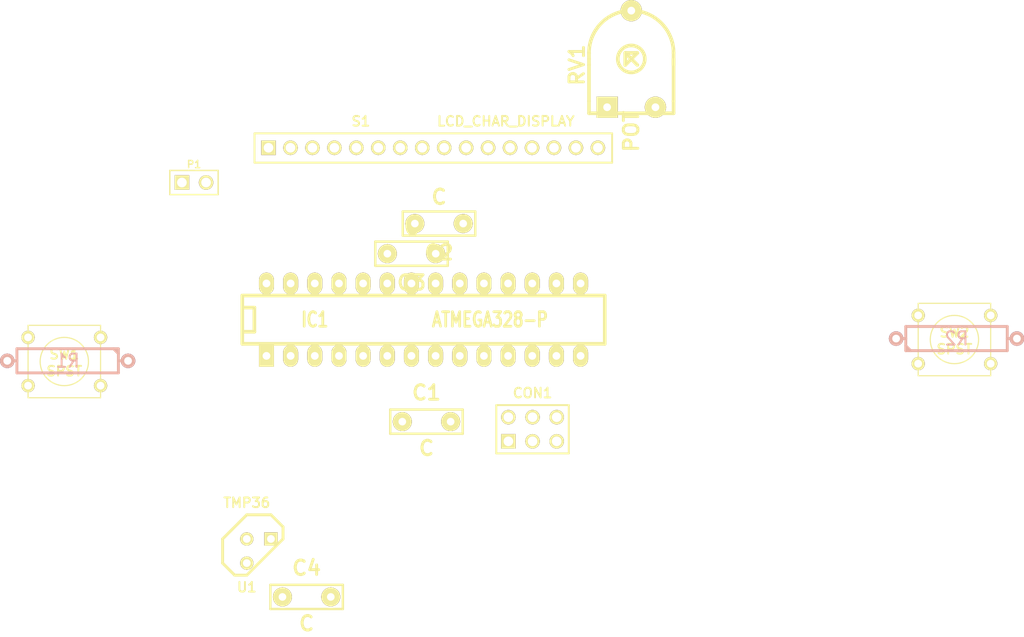
<source format=kicad_pcb>
(kicad_pcb (version 4) (host pcbnew "(2015-12-10 BZR 6367, Git c5e9bda)-product")

  (general
    (links 48)
    (no_connects 48)
    (area 120.44 83.55 175.833397 115.503201)
    (thickness 1.6)
    (drawings 0)
    (tracks 0)
    (zones 0)
    (modules 14)
    (nets 31)
  )

  (page A4)
  (layers
    (0 F.Cu signal)
    (31 B.Cu signal)
    (32 B.Adhes user)
    (33 F.Adhes user)
    (34 B.Paste user)
    (35 F.Paste user)
    (36 B.SilkS user)
    (37 F.SilkS user)
    (38 B.Mask user)
    (39 F.Mask user)
    (40 Dwgs.User user)
    (41 Cmts.User user)
    (42 Eco1.User user)
    (43 Eco2.User user)
    (44 Edge.Cuts user)
    (45 Margin user)
    (46 B.CrtYd user)
    (47 F.CrtYd user)
    (48 B.Fab user)
    (49 F.Fab user)
  )

  (setup
    (last_trace_width 0.25)
    (trace_clearance 0.2)
    (zone_clearance 0.508)
    (zone_45_only no)
    (trace_min 0.2)
    (segment_width 0.2)
    (edge_width 0.15)
    (via_size 0.6)
    (via_drill 0.4)
    (via_min_size 0.4)
    (via_min_drill 0.3)
    (uvia_size 0.3)
    (uvia_drill 0.1)
    (uvias_allowed no)
    (uvia_min_size 0.2)
    (uvia_min_drill 0.1)
    (pcb_text_width 0.3)
    (pcb_text_size 1.5 1.5)
    (mod_edge_width 0.15)
    (mod_text_size 1 1)
    (mod_text_width 0.15)
    (pad_size 1.524 1.524)
    (pad_drill 0.762)
    (pad_to_mask_clearance 0.2)
    (aux_axis_origin 0 0)
    (visible_elements FFFFFF7F)
    (pcbplotparams
      (layerselection 0x00030_ffffffff)
      (usegerberextensions false)
      (excludeedgelayer true)
      (linewidth 0.100000)
      (plotframeref false)
      (viasonmask false)
      (mode 1)
      (useauxorigin false)
      (hpglpennumber 1)
      (hpglpenspeed 20)
      (hpglpendiameter 15)
      (hpglpenoverlay 2)
      (psnegative false)
      (psa4output false)
      (plotreference true)
      (plotvalue true)
      (plotinvisibletext false)
      (padsonsilk false)
      (subtractmaskfromsilk false)
      (outputformat 1)
      (mirror false)
      (drillshape 1)
      (scaleselection 1)
      (outputdirectory ""))
  )

  (net 0 "")
  (net 1 +5V)
  (net 2 GND)
  (net 3 "Net-(IC1-Pad2)")
  (net 4 "Net-(IC1-Pad3)")
  (net 5 "Net-(IC1-Pad4)")
  (net 6 "Net-(IC1-Pad5)")
  (net 7 "Net-(IC1-Pad6)")
  (net 8 "Net-(IC1-Pad10)")
  (net 9 "Net-(IC1-Pad11)")
  (net 10 "Net-(IC1-Pad12)")
  (net 11 "Net-(IC1-Pad13)")
  (net 12 "Net-(IC1-Pad23)")
  (net 13 "Net-(IC1-Pad24)")
  (net 14 "Net-(IC1-Pad25)")
  (net 15 "Net-(IC1-Pad26)")
  (net 16 "Net-(IC1-Pad27)")
  (net 17 "Net-(IC1-Pad28)")
  (net 18 "Net-(RV1-Pad2)")
  (net 19 "Net-(S1-Pad7)")
  (net 20 "Net-(S1-Pad8)")
  (net 21 "Net-(S1-Pad9)")
  (net 22 "Net-(S1-Pad10)")
  (net 23 /D7)
  (net 24 /RS)
  (net 25 "Net-(CON1-Pad5)")
  (net 26 /RW)
  (net 27 /E)
  (net 28 /D4)
  (net 29 /D5)
  (net 30 /D6)

  (net_class Default "This is the default net class."
    (clearance 0.2)
    (trace_width 0.25)
    (via_dia 0.6)
    (via_drill 0.4)
    (uvia_dia 0.3)
    (uvia_drill 0.1)
    (add_net +5V)
    (add_net /D4)
    (add_net /D5)
    (add_net /D6)
    (add_net /D7)
    (add_net /E)
    (add_net /RS)
    (add_net /RW)
    (add_net GND)
    (add_net "Net-(CON1-Pad5)")
    (add_net "Net-(IC1-Pad10)")
    (add_net "Net-(IC1-Pad11)")
    (add_net "Net-(IC1-Pad12)")
    (add_net "Net-(IC1-Pad13)")
    (add_net "Net-(IC1-Pad2)")
    (add_net "Net-(IC1-Pad23)")
    (add_net "Net-(IC1-Pad24)")
    (add_net "Net-(IC1-Pad25)")
    (add_net "Net-(IC1-Pad26)")
    (add_net "Net-(IC1-Pad27)")
    (add_net "Net-(IC1-Pad28)")
    (add_net "Net-(IC1-Pad3)")
    (add_net "Net-(IC1-Pad4)")
    (add_net "Net-(IC1-Pad5)")
    (add_net "Net-(IC1-Pad6)")
    (add_net "Net-(RV1-Pad2)")
    (add_net "Net-(S1-Pad10)")
    (add_net "Net-(S1-Pad7)")
    (add_net "Net-(S1-Pad8)")
    (add_net "Net-(S1-Pad9)")
  )

  (module capacitors:cnp_7x2mm (layer F.Cu) (tedit 4B90D4E6) (tstamp 56984BA6)
    (at 116.9 71.95)
    (descr "Capacitor non pol, 7x2,5mm")
    (path /56947309)
    (fp_text reference C1 (at 0 -3.048) (layer F.SilkS)
      (effects (font (thickness 0.3048)))
    )
    (fp_text value C (at 0 2.794) (layer F.SilkS)
      (effects (font (thickness 0.3048)))
    )
    (fp_line (start -3.81 -1.27) (end 3.81 -1.27) (layer F.SilkS) (width 0.254))
    (fp_line (start 3.81 -1.27) (end 3.81 1.27) (layer F.SilkS) (width 0.254))
    (fp_line (start 3.81 1.27) (end -3.81 1.27) (layer F.SilkS) (width 0.254))
    (fp_line (start -3.81 1.27) (end -3.81 -1.27) (layer F.SilkS) (width 0.254))
    (pad 1 thru_hole circle (at -2.54 0) (size 1.99898 1.99898) (drill 0.8001) (layers *.Cu *.Mask F.SilkS)
      (net 1 +5V))
    (pad 2 thru_hole circle (at 2.54 0) (size 1.99898 1.99898) (drill 0.8001) (layers *.Cu *.Mask F.SilkS)
      (net 2 GND))
    (model discret/capacitor/cnp_7x2mm.wrl
      (at (xyz 0 0 0))
      (scale (xyz 1 1 1))
      (rotate (xyz 0 0 0))
    )
  )

  (module capacitors:cnp_7x2mm (layer F.Cu) (tedit 4B90D4E6) (tstamp 56984BAC)
    (at 118.22 51.11 180)
    (descr "Capacitor non pol, 7x2,5mm")
    (path /569474CE)
    (fp_text reference C2 (at 0 -3.048 180) (layer F.SilkS)
      (effects (font (thickness 0.3048)))
    )
    (fp_text value C (at 0 2.794 180) (layer F.SilkS)
      (effects (font (thickness 0.3048)))
    )
    (fp_line (start -3.81 -1.27) (end 3.81 -1.27) (layer F.SilkS) (width 0.254))
    (fp_line (start 3.81 -1.27) (end 3.81 1.27) (layer F.SilkS) (width 0.254))
    (fp_line (start 3.81 1.27) (end -3.81 1.27) (layer F.SilkS) (width 0.254))
    (fp_line (start -3.81 1.27) (end -3.81 -1.27) (layer F.SilkS) (width 0.254))
    (pad 1 thru_hole circle (at -2.54 0 180) (size 1.99898 1.99898) (drill 0.8001) (layers *.Cu *.Mask F.SilkS)
      (net 1 +5V))
    (pad 2 thru_hole circle (at 2.54 0 180) (size 1.99898 1.99898) (drill 0.8001) (layers *.Cu *.Mask F.SilkS)
      (net 2 GND))
    (model discret/capacitor/cnp_7x2mm.wrl
      (at (xyz 0 0 0))
      (scale (xyz 1 1 1))
      (rotate (xyz 0 0 0))
    )
  )

  (module capacitors:cnp_7x2mm (layer F.Cu) (tedit 4B90D4E6) (tstamp 56984BB2)
    (at 115.33 54.28 180)
    (descr "Capacitor non pol, 7x2,5mm")
    (path /5694756E)
    (fp_text reference C3 (at 0 -3.048 180) (layer F.SilkS)
      (effects (font (thickness 0.3048)))
    )
    (fp_text value C (at 0 2.794 180) (layer F.SilkS)
      (effects (font (thickness 0.3048)))
    )
    (fp_line (start -3.81 -1.27) (end 3.81 -1.27) (layer F.SilkS) (width 0.254))
    (fp_line (start 3.81 -1.27) (end 3.81 1.27) (layer F.SilkS) (width 0.254))
    (fp_line (start 3.81 1.27) (end -3.81 1.27) (layer F.SilkS) (width 0.254))
    (fp_line (start -3.81 1.27) (end -3.81 -1.27) (layer F.SilkS) (width 0.254))
    (pad 1 thru_hole circle (at -2.54 0 180) (size 1.99898 1.99898) (drill 0.8001) (layers *.Cu *.Mask F.SilkS)
      (net 1 +5V))
    (pad 2 thru_hole circle (at 2.54 0 180) (size 1.99898 1.99898) (drill 0.8001) (layers *.Cu *.Mask F.SilkS)
      (net 2 GND))
    (model discret/capacitor/cnp_7x2mm.wrl
      (at (xyz 0 0 0))
      (scale (xyz 1 1 1))
      (rotate (xyz 0 0 0))
    )
  )

  (module capacitors:cnp_7x2mm (layer F.Cu) (tedit 4B90D4E6) (tstamp 56984BB8)
    (at 104.3 90.39)
    (descr "Capacitor non pol, 7x2,5mm")
    (path /569771FD)
    (fp_text reference C4 (at 0 -3.048) (layer F.SilkS)
      (effects (font (thickness 0.3048)))
    )
    (fp_text value C (at 0 2.794) (layer F.SilkS)
      (effects (font (thickness 0.3048)))
    )
    (fp_line (start -3.81 -1.27) (end 3.81 -1.27) (layer F.SilkS) (width 0.254))
    (fp_line (start 3.81 -1.27) (end 3.81 1.27) (layer F.SilkS) (width 0.254))
    (fp_line (start 3.81 1.27) (end -3.81 1.27) (layer F.SilkS) (width 0.254))
    (fp_line (start -3.81 1.27) (end -3.81 -1.27) (layer F.SilkS) (width 0.254))
    (pad 1 thru_hole circle (at -2.54 0) (size 1.99898 1.99898) (drill 0.8001) (layers *.Cu *.Mask F.SilkS)
      (net 2 GND))
    (pad 2 thru_hole circle (at 2.54 0) (size 1.99898 1.99898) (drill 0.8001) (layers *.Cu *.Mask F.SilkS)
      (net 1 +5V))
    (model discret/capacitor/cnp_7x2mm.wrl
      (at (xyz 0 0 0))
      (scale (xyz 1 1 1))
      (rotate (xyz 0 0 0))
    )
  )

  (module dip_sockets:DIP-28__300_ELL (layer F.Cu) (tedit 200000) (tstamp 56984BD8)
    (at 116.59 61.22)
    (descr "28 pins DIL package, elliptical pads, width 300mil")
    (tags DIL)
    (path /569471D6)
    (fp_text reference IC1 (at -11.43 0) (layer F.SilkS)
      (effects (font (size 1.524 1.143) (thickness 0.3048)))
    )
    (fp_text value ATMEGA328-P (at 6.985 0) (layer F.SilkS)
      (effects (font (size 1.524 1.143) (thickness 0.3048)))
    )
    (fp_line (start -19.05 -2.54) (end 19.05 -2.54) (layer F.SilkS) (width 0.381))
    (fp_line (start 19.05 -2.54) (end 19.05 2.54) (layer F.SilkS) (width 0.381))
    (fp_line (start 19.05 2.54) (end -19.05 2.54) (layer F.SilkS) (width 0.381))
    (fp_line (start -19.05 2.54) (end -19.05 -2.54) (layer F.SilkS) (width 0.381))
    (fp_line (start -19.05 -1.27) (end -17.78 -1.27) (layer F.SilkS) (width 0.381))
    (fp_line (start -17.78 -1.27) (end -17.78 1.27) (layer F.SilkS) (width 0.381))
    (fp_line (start -17.78 1.27) (end -19.05 1.27) (layer F.SilkS) (width 0.381))
    (pad 2 thru_hole oval (at -13.97 3.81) (size 1.5748 2.286) (drill 0.8128) (layers *.Cu *.Mask F.SilkS)
      (net 3 "Net-(IC1-Pad2)"))
    (pad 3 thru_hole oval (at -11.43 3.81) (size 1.5748 2.286) (drill 0.8128) (layers *.Cu *.Mask F.SilkS)
      (net 4 "Net-(IC1-Pad3)"))
    (pad 4 thru_hole oval (at -8.89 3.81) (size 1.5748 2.286) (drill 0.8128) (layers *.Cu *.Mask F.SilkS)
      (net 5 "Net-(IC1-Pad4)"))
    (pad 5 thru_hole oval (at -6.35 3.81) (size 1.5748 2.286) (drill 0.8128) (layers *.Cu *.Mask F.SilkS)
      (net 6 "Net-(IC1-Pad5)"))
    (pad 6 thru_hole oval (at -3.81 3.81) (size 1.5748 2.286) (drill 0.8128) (layers *.Cu *.Mask F.SilkS)
      (net 7 "Net-(IC1-Pad6)"))
    (pad 7 thru_hole oval (at -1.27 3.81) (size 1.5748 2.286) (drill 0.8128) (layers *.Cu *.Mask F.SilkS)
      (net 1 +5V))
    (pad 8 thru_hole oval (at 1.27 3.81) (size 1.5748 2.286) (drill 0.8128) (layers *.Cu *.Mask F.SilkS)
      (net 2 GND))
    (pad 9 thru_hole oval (at 3.81 3.81) (size 1.5748 2.286) (drill 0.8128) (layers *.Cu *.Mask F.SilkS)
      (net 23 /D7))
    (pad 10 thru_hole oval (at 6.35 3.81) (size 1.5748 2.286) (drill 0.8128) (layers *.Cu *.Mask F.SilkS)
      (net 8 "Net-(IC1-Pad10)"))
    (pad 11 thru_hole oval (at 8.89 3.81) (size 1.5748 2.286) (drill 0.8128) (layers *.Cu *.Mask F.SilkS)
      (net 9 "Net-(IC1-Pad11)"))
    (pad 12 thru_hole oval (at 11.43 3.81) (size 1.5748 2.286) (drill 0.8128) (layers *.Cu *.Mask F.SilkS)
      (net 10 "Net-(IC1-Pad12)"))
    (pad 13 thru_hole oval (at 13.97 3.81) (size 1.5748 2.286) (drill 0.8128) (layers *.Cu *.Mask F.SilkS)
      (net 11 "Net-(IC1-Pad13)"))
    (pad 14 thru_hole oval (at 16.51 3.81) (size 1.5748 2.286) (drill 0.8128) (layers *.Cu *.Mask F.SilkS)
      (net 24 /RS))
    (pad 1 thru_hole rect (at -16.51 3.81) (size 1.5748 2.286) (drill 0.8128) (layers *.Cu *.Mask F.SilkS)
      (net 25 "Net-(CON1-Pad5)"))
    (pad 15 thru_hole oval (at 16.51 -3.81) (size 1.5748 2.286) (drill 0.8128) (layers *.Cu *.Mask F.SilkS)
      (net 26 /RW))
    (pad 16 thru_hole oval (at 13.97 -3.81) (size 1.5748 2.286) (drill 0.8128) (layers *.Cu *.Mask F.SilkS)
      (net 27 /E))
    (pad 17 thru_hole oval (at 11.43 -3.81) (size 1.5748 2.286) (drill 0.8128) (layers *.Cu *.Mask F.SilkS)
      (net 28 /D4))
    (pad 18 thru_hole oval (at 8.89 -3.81) (size 1.5748 2.286) (drill 0.8128) (layers *.Cu *.Mask F.SilkS)
      (net 29 /D5))
    (pad 19 thru_hole oval (at 6.35 -3.81) (size 1.5748 2.286) (drill 0.8128) (layers *.Cu *.Mask F.SilkS)
      (net 30 /D6))
    (pad 20 thru_hole oval (at 3.81 -3.81) (size 1.5748 2.286) (drill 0.8128) (layers *.Cu *.Mask F.SilkS)
      (net 1 +5V))
    (pad 21 thru_hole oval (at 1.27 -3.81) (size 1.5748 2.286) (drill 0.8128) (layers *.Cu *.Mask F.SilkS)
      (net 1 +5V))
    (pad 22 thru_hole oval (at -1.27 -3.81) (size 1.5748 2.286) (drill 0.8128) (layers *.Cu *.Mask F.SilkS)
      (net 2 GND))
    (pad 23 thru_hole oval (at -3.81 -3.81) (size 1.5748 2.286) (drill 0.8128) (layers *.Cu *.Mask F.SilkS)
      (net 12 "Net-(IC1-Pad23)"))
    (pad 24 thru_hole oval (at -6.35 -3.81) (size 1.5748 2.286) (drill 0.8128) (layers *.Cu *.Mask F.SilkS)
      (net 13 "Net-(IC1-Pad24)"))
    (pad 25 thru_hole oval (at -8.89 -3.81) (size 1.5748 2.286) (drill 0.8128) (layers *.Cu *.Mask F.SilkS)
      (net 14 "Net-(IC1-Pad25)"))
    (pad 26 thru_hole oval (at -11.43 -3.81) (size 1.5748 2.286) (drill 0.8128) (layers *.Cu *.Mask F.SilkS)
      (net 15 "Net-(IC1-Pad26)"))
    (pad 27 thru_hole oval (at -13.97 -3.81) (size 1.5748 2.286) (drill 0.8128) (layers *.Cu *.Mask F.SilkS)
      (net 16 "Net-(IC1-Pad27)"))
    (pad 28 thru_hole oval (at -16.51 -3.81) (size 1.5748 2.286) (drill 0.8128) (layers *.Cu *.Mask F.SilkS)
      (net 17 "Net-(IC1-Pad28)"))
    (model dil/dil_28-w300.wrl
      (at (xyz 0 0 0))
      (scale (xyz 1 1 1))
      (rotate (xyz 0 0 0))
    )
  )

  (module discret:R5 (layer B.Cu) (tedit 200000) (tstamp 56984BDE)
    (at 79.18 65.55 180)
    (descr "Resistance 5 pas")
    (tags R)
    (path /569475AE)
    (autoplace_cost180 10)
    (fp_text reference R1 (at 0 0 180) (layer B.SilkS)
      (effects (font (size 1.397 1.27) (thickness 0.2032)) (justify mirror))
    )
    (fp_text value R (at 0 0 180) (layer B.SilkS) hide
      (effects (font (size 1.397 1.27) (thickness 0.2032)) (justify mirror))
    )
    (fp_line (start -6.35 0) (end -5.334 0) (layer B.SilkS) (width 0.3048))
    (fp_line (start 6.35 0) (end 5.334 0) (layer B.SilkS) (width 0.3048))
    (fp_line (start 5.334 1.27) (end 5.334 -1.27) (layer B.SilkS) (width 0.3048))
    (fp_line (start 5.334 -1.27) (end -5.334 -1.27) (layer B.SilkS) (width 0.3048))
    (fp_line (start -5.334 -1.27) (end -5.334 1.27) (layer B.SilkS) (width 0.3048))
    (fp_line (start -5.334 1.27) (end 5.334 1.27) (layer B.SilkS) (width 0.3048))
    (fp_line (start -5.334 0.762) (end -4.826 1.27) (layer B.SilkS) (width 0.3048))
    (pad 1 thru_hole circle (at -6.35 0 180) (size 1.524 1.524) (drill 0.8128) (layers *.Cu *.Mask B.SilkS)
      (net 25 "Net-(CON1-Pad5)"))
    (pad 2 thru_hole circle (at 6.35 0 180) (size 1.524 1.524) (drill 0.8128) (layers *.Cu *.Mask B.SilkS)
      (net 1 +5V))
    (model discret/resistor.wrl
      (at (xyz 0 0 0))
      (scale (xyz 0.5 0.5 0.5))
      (rotate (xyz 0 0 0))
    )
  )

  (module discret:R5 (layer B.Cu) (tedit 200000) (tstamp 56984BE4)
    (at 172.62 63.21)
    (descr "Resistance 5 pas")
    (tags R)
    (path /5697629E)
    (autoplace_cost180 10)
    (fp_text reference R2 (at 0 0) (layer B.SilkS)
      (effects (font (size 1.397 1.27) (thickness 0.2032)) (justify mirror))
    )
    (fp_text value R (at 0 0) (layer B.SilkS) hide
      (effects (font (size 1.397 1.27) (thickness 0.2032)) (justify mirror))
    )
    (fp_line (start -6.35 0) (end -5.334 0) (layer B.SilkS) (width 0.3048))
    (fp_line (start 6.35 0) (end 5.334 0) (layer B.SilkS) (width 0.3048))
    (fp_line (start 5.334 1.27) (end 5.334 -1.27) (layer B.SilkS) (width 0.3048))
    (fp_line (start 5.334 -1.27) (end -5.334 -1.27) (layer B.SilkS) (width 0.3048))
    (fp_line (start -5.334 -1.27) (end -5.334 1.27) (layer B.SilkS) (width 0.3048))
    (fp_line (start -5.334 1.27) (end 5.334 1.27) (layer B.SilkS) (width 0.3048))
    (fp_line (start -5.334 0.762) (end -4.826 1.27) (layer B.SilkS) (width 0.3048))
    (pad 1 thru_hole circle (at -6.35 0) (size 1.524 1.524) (drill 0.8128) (layers *.Cu *.Mask B.SilkS)
      (net 1 +5V))
    (pad 2 thru_hole circle (at 6.35 0) (size 1.524 1.524) (drill 0.8128) (layers *.Cu *.Mask B.SilkS)
      (net 8 "Net-(IC1-Pad10)"))
    (model discret/resistor.wrl
      (at (xyz 0 0 0))
      (scale (xyz 0.5 0.5 0.5))
      (rotate (xyz 0 0 0))
    )
  )

  (module Potentiometres:POACAH (layer F.Cu) (tedit 49337FE6) (tstamp 56984BEB)
    (at 138.43 33.79 90)
    (path /5694CBD1)
    (fp_text reference RV1 (at -0.635 -5.715 90) (layer F.SilkS)
      (effects (font (thickness 0.3048)))
    )
    (fp_text value POT (at -7.62 0 90) (layer F.SilkS)
      (effects (font (thickness 0.3048)))
    )
    (fp_line (start 0.635 4.445) (end -0.635 4.445) (layer F.SilkS) (width 0.381))
    (fp_line (start 0.635 -4.445) (end 0 -4.445) (layer F.SilkS) (width 0.381))
    (fp_line (start -4.445 -4.445) (end -5.715 -4.445) (layer F.SilkS) (width 0.381))
    (fp_line (start -5.715 -4.445) (end -5.715 4.445) (layer F.SilkS) (width 0.381))
    (fp_line (start -5.715 4.445) (end -4.445 4.445) (layer F.SilkS) (width 0.381))
    (fp_line (start -0.635 -0.635) (end 0.635 -0.635) (layer F.SilkS) (width 0.381))
    (fp_line (start 0.635 -0.635) (end 0.635 0.635) (layer F.SilkS) (width 0.381))
    (fp_line (start -0.635 -0.635) (end 0.635 0.635) (layer F.SilkS) (width 0.381))
    (fp_line (start -0.635 -4.445) (end 0 -4.445) (layer F.SilkS) (width 0.381))
    (fp_line (start -0.635 0.635) (end 0.635 -0.635) (layer F.SilkS) (width 0.381))
    (fp_circle (center 0 0) (end 1.27 -0.635) (layer F.SilkS) (width 0.381))
    (fp_line (start -4.445 4.445) (end 0 4.445) (layer F.SilkS) (width 0.381))
    (fp_line (start -4.445 -4.445) (end -0.635 -4.445) (layer F.SilkS) (width 0.381))
    (fp_arc (start 0.635 0) (end 5.08 0) (angle 90) (layer F.SilkS) (width 0.381))
    (fp_arc (start 0.635 0) (end 0.635 -4.445) (angle 90) (layer F.SilkS) (width 0.381))
    (pad 2 thru_hole circle (at 5.08 0 90) (size 2.24028 2.24028) (drill 0.8128) (layers *.Cu *.Mask F.SilkS)
      (net 18 "Net-(RV1-Pad2)"))
    (pad 1 thru_hole rect (at -5.08 -2.54 90) (size 2.24028 2.24028) (drill 0.8128) (layers *.Cu *.Mask F.SilkS)
      (net 1 +5V))
    (pad 3 thru_hole circle (at -5.08 2.54 90) (size 2.24028 2.24028) (drill 0.8128) (layers *.Cu *.Mask F.SilkS)
      (net 2 GND))
  )

  (module pin_array_16:pin_array_16 (layer F.Cu) (tedit 569848B7) (tstamp 56984BFF)
    (at 117.62 43.16)
    (descr "16 pins connector")
    (tags CONN)
    (path /5694C723)
    (fp_text reference S1 (at -7.62 -2.81) (layer F.SilkS)
      (effects (font (size 1.016 1.016) (thickness 0.2032)))
    )
    (fp_text value LCD_CHAR_DISPLAY (at 7.62 -2.81) (layer F.SilkS)
      (effects (font (size 1.016 1.016) (thickness 0.2032)))
    )
    (fp_line (start -18.796 1.54) (end 18.796 1.54) (layer F.SilkS) (width 0.2032))
    (fp_line (start 18.796 -1.54) (end -18.796 -1.54) (layer F.SilkS) (width 0.2032))
    (fp_line (start -18.796 -1.54) (end -18.796 1.54) (layer F.SilkS) (width 0.2032))
    (fp_line (start 18.796 1.54) (end 18.796 -1.54) (layer F.SilkS) (width 0.2032))
    (pad 1 thru_hole rect (at -17.326 -0.025) (size 1.524 1.524) (drill 1.016) (layers *.Cu *.Mask F.SilkS)
      (net 2 GND))
    (pad 2 thru_hole circle (at -15.0176 -0.025) (size 1.524 1.524) (drill 1.016) (layers *.Cu *.Mask F.SilkS)
      (net 1 +5V))
    (pad 3 thru_hole circle (at -12.7092 -0.025) (size 1.524 1.524) (drill 1.016) (layers *.Cu *.Mask F.SilkS)
      (net 18 "Net-(RV1-Pad2)"))
    (pad 4 thru_hole circle (at -10.4008 -0.025) (size 1.524 1.524) (drill 1.016) (layers *.Cu *.Mask F.SilkS)
      (net 24 /RS))
    (pad 5 thru_hole circle (at -8.0924 -0.025) (size 1.524 1.524) (drill 1.016) (layers *.Cu *.Mask F.SilkS)
      (net 26 /RW))
    (pad 6 thru_hole circle (at -5.784 -0.025) (size 1.524 1.524) (drill 1.016) (layers *.Cu *.Mask F.SilkS)
      (net 27 /E))
    (pad 7 thru_hole circle (at -3.4756 -0.025) (size 1.524 1.524) (drill 1.016) (layers *.Cu *.Mask F.SilkS)
      (net 19 "Net-(S1-Pad7)"))
    (pad 8 thru_hole circle (at -1.1672 -0.025) (size 1.524 1.524) (drill 1.016) (layers *.Cu *.Mask F.SilkS)
      (net 20 "Net-(S1-Pad8)"))
    (pad 9 thru_hole circle (at 1.1412 -0.025) (size 1.524 1.524) (drill 1.016) (layers *.Cu *.Mask F.SilkS)
      (net 21 "Net-(S1-Pad9)"))
    (pad 10 thru_hole circle (at 3.4496 -0.025) (size 1.524 1.524) (drill 1.016) (layers *.Cu *.Mask F.SilkS)
      (net 22 "Net-(S1-Pad10)"))
    (pad 11 thru_hole circle (at 5.758 -0.025) (size 1.524 1.524) (drill 1.016) (layers *.Cu *.Mask F.SilkS)
      (net 28 /D4))
    (pad 12 thru_hole circle (at 8.0664 -0.025) (size 1.524 1.524) (drill 1.016) (layers *.Cu *.Mask F.SilkS)
      (net 29 /D5))
    (pad 13 thru_hole circle (at 10.3748 -0.025) (size 1.524 1.524) (drill 1.016) (layers *.Cu *.Mask F.SilkS)
      (net 30 /D6))
    (pad 14 thru_hole circle (at 12.6832 -0.025) (size 1.524 1.524) (drill 1.016) (layers *.Cu *.Mask F.SilkS)
      (net 23 /D7))
    (pad 15 thru_hole circle (at 14.9916 -0.025) (size 1.524 1.524) (drill 1.016) (layers *.Cu *.Mask F.SilkS)
      (net 1 +5V))
    (pad 16 thru_hole circle (at 17.3 -0.025) (size 1.524 1.524) (drill 1.016) (layers *.Cu *.Mask F.SilkS)
      (net 2 GND))
  )

  (module discret:SW_PUSH_SMALL (layer F.Cu) (tedit 46544DB3) (tstamp 56984C07)
    (at 78.8285 65.623501)
    (path /56949229)
    (fp_text reference SW1 (at 0 -0.762) (layer F.SilkS)
      (effects (font (size 1.016 1.016) (thickness 0.2032)))
    )
    (fp_text value SPST (at 0 1.016) (layer F.SilkS)
      (effects (font (size 1.016 1.016) (thickness 0.2032)))
    )
    (fp_circle (center 0 0) (end 0 -2.54) (layer F.SilkS) (width 0.127))
    (fp_line (start -3.81 -3.81) (end 3.81 -3.81) (layer F.SilkS) (width 0.127))
    (fp_line (start 3.81 -3.81) (end 3.81 3.81) (layer F.SilkS) (width 0.127))
    (fp_line (start 3.81 3.81) (end -3.81 3.81) (layer F.SilkS) (width 0.127))
    (fp_line (start -3.81 -3.81) (end -3.81 3.81) (layer F.SilkS) (width 0.127))
    (pad 1 thru_hole circle (at 3.81 -2.54) (size 1.397 1.397) (drill 0.8128) (layers *.Cu *.Mask F.SilkS)
      (net 25 "Net-(CON1-Pad5)"))
    (pad 2 thru_hole circle (at 3.81 2.54) (size 1.397 1.397) (drill 0.8128) (layers *.Cu *.Mask F.SilkS)
      (net 2 GND))
    (pad 1 thru_hole circle (at -3.81 -2.54) (size 1.397 1.397) (drill 0.8128) (layers *.Cu *.Mask F.SilkS)
      (net 25 "Net-(CON1-Pad5)"))
    (pad 2 thru_hole circle (at -3.81 2.54) (size 1.397 1.397) (drill 0.8128) (layers *.Cu *.Mask F.SilkS)
      (net 2 GND))
  )

  (module discret:SW_PUSH_SMALL (layer F.Cu) (tedit 46544DB3) (tstamp 56984C0F)
    (at 172.4 63.31)
    (path /56976205)
    (fp_text reference SW2 (at 0 -0.762) (layer F.SilkS)
      (effects (font (size 1.016 1.016) (thickness 0.2032)))
    )
    (fp_text value SPST (at 0 1.016) (layer F.SilkS)
      (effects (font (size 1.016 1.016) (thickness 0.2032)))
    )
    (fp_circle (center 0 0) (end 0 -2.54) (layer F.SilkS) (width 0.127))
    (fp_line (start -3.81 -3.81) (end 3.81 -3.81) (layer F.SilkS) (width 0.127))
    (fp_line (start 3.81 -3.81) (end 3.81 3.81) (layer F.SilkS) (width 0.127))
    (fp_line (start 3.81 3.81) (end -3.81 3.81) (layer F.SilkS) (width 0.127))
    (fp_line (start -3.81 -3.81) (end -3.81 3.81) (layer F.SilkS) (width 0.127))
    (pad 1 thru_hole circle (at 3.81 -2.54) (size 1.397 1.397) (drill 0.8128) (layers *.Cu *.Mask F.SilkS)
      (net 8 "Net-(IC1-Pad10)"))
    (pad 2 thru_hole circle (at 3.81 2.54) (size 1.397 1.397) (drill 0.8128) (layers *.Cu *.Mask F.SilkS)
      (net 2 GND))
    (pad 1 thru_hole circle (at -3.81 -2.54) (size 1.397 1.397) (drill 0.8128) (layers *.Cu *.Mask F.SilkS)
      (net 8 "Net-(IC1-Pad10)"))
    (pad 2 thru_hole circle (at -3.81 2.54) (size 1.397 1.397) (drill 0.8128) (layers *.Cu *.Mask F.SilkS)
      (net 2 GND))
  )

  (module discret:TO92 (layer F.Cu) (tedit 443CFFD1) (tstamp 56984C16)
    (at 99.28 85.56)
    (descr "Transistor TO92 brochage type BC237")
    (tags "TR TO92")
    (path /5697B993)
    (fp_text reference U1 (at -1.27 3.81) (layer F.SilkS)
      (effects (font (size 1.016 1.016) (thickness 0.2032)))
    )
    (fp_text value TMP36 (at -1.27 -5.08) (layer F.SilkS)
      (effects (font (size 1.016 1.016) (thickness 0.2032)))
    )
    (fp_line (start -1.27 2.54) (end 2.54 -1.27) (layer F.SilkS) (width 0.3048))
    (fp_line (start 2.54 -1.27) (end 2.54 -2.54) (layer F.SilkS) (width 0.3048))
    (fp_line (start 2.54 -2.54) (end 1.27 -3.81) (layer F.SilkS) (width 0.3048))
    (fp_line (start 1.27 -3.81) (end -1.27 -3.81) (layer F.SilkS) (width 0.3048))
    (fp_line (start -1.27 -3.81) (end -3.81 -1.27) (layer F.SilkS) (width 0.3048))
    (fp_line (start -3.81 -1.27) (end -3.81 1.27) (layer F.SilkS) (width 0.3048))
    (fp_line (start -3.81 1.27) (end -2.54 2.54) (layer F.SilkS) (width 0.3048))
    (fp_line (start -2.54 2.54) (end -1.27 2.54) (layer F.SilkS) (width 0.3048))
    (pad 1 thru_hole rect (at 1.27 -1.27) (size 1.397 1.397) (drill 0.8128) (layers *.Cu *.Mask F.SilkS)
      (net 1 +5V))
    (pad 2 thru_hole circle (at -1.27 -1.27) (size 1.397 1.397) (drill 0.8128) (layers *.Cu *.Mask F.SilkS)
      (net 12 "Net-(IC1-Pad23)"))
    (pad 3 thru_hole circle (at -1.27 1.27) (size 1.397 1.397) (drill 0.8128) (layers *.Cu *.Mask F.SilkS)
      (net 2 GND))
    (model discret/to98.wrl
      (at (xyz 0 0 0))
      (scale (xyz 1 1 1))
      (rotate (xyz 0 0 0))
    )
  )

  (module pin_array:pin_array_3x2 (layer F.Cu) (tedit 42931587) (tstamp 56999BFF)
    (at 128.05 72.75)
    (descr "Double rangee de contacts 2 x 4 pins")
    (tags CONN)
    (path /56986CF8)
    (fp_text reference CON1 (at 0 -3.81) (layer F.SilkS)
      (effects (font (size 1.016 1.016) (thickness 0.2032)))
    )
    (fp_text value AVR-ISP-6 (at 0 3.81) (layer F.SilkS) hide
      (effects (font (size 1.016 1.016) (thickness 0.2032)))
    )
    (fp_line (start 3.81 2.54) (end -3.81 2.54) (layer F.SilkS) (width 0.2032))
    (fp_line (start -3.81 -2.54) (end 3.81 -2.54) (layer F.SilkS) (width 0.2032))
    (fp_line (start 3.81 -2.54) (end 3.81 2.54) (layer F.SilkS) (width 0.2032))
    (fp_line (start -3.81 2.54) (end -3.81 -2.54) (layer F.SilkS) (width 0.2032))
    (pad 1 thru_hole rect (at -2.54 1.27) (size 1.524 1.524) (drill 1.016) (layers *.Cu *.Mask F.SilkS)
      (net 29 /D5))
    (pad 2 thru_hole circle (at -2.54 -1.27) (size 1.524 1.524) (drill 1.016) (layers *.Cu *.Mask F.SilkS)
      (net 1 +5V))
    (pad 3 thru_hole circle (at 0 1.27) (size 1.524 1.524) (drill 1.016) (layers *.Cu *.Mask F.SilkS)
      (net 30 /D6))
    (pad 4 thru_hole circle (at 0 -1.27) (size 1.524 1.524) (drill 1.016) (layers *.Cu *.Mask F.SilkS)
      (net 28 /D4))
    (pad 5 thru_hole circle (at 2.54 1.27) (size 1.524 1.524) (drill 1.016) (layers *.Cu *.Mask F.SilkS)
      (net 25 "Net-(CON1-Pad5)"))
    (pad 6 thru_hole circle (at 2.54 -1.27) (size 1.524 1.524) (drill 1.016) (layers *.Cu *.Mask F.SilkS)
      (net 2 GND))
    (model pin_array/pins_array_3x2.wrl
      (at (xyz 0 0 0))
      (scale (xyz 1 1 1))
      (rotate (xyz 0 0 0))
    )
  )

  (module pin_array:PIN_ARRAY_2X1 (layer F.Cu) (tedit 4565C520) (tstamp 56999C09)
    (at 92.46 46.79)
    (descr "Connecteurs 2 pins")
    (tags "CONN DEV")
    (path /56986F7C)
    (fp_text reference P1 (at 0 -1.905) (layer F.SilkS)
      (effects (font (size 0.762 0.762) (thickness 0.1524)))
    )
    (fp_text value CONN_2 (at 0 -1.905) (layer F.SilkS) hide
      (effects (font (size 0.762 0.762) (thickness 0.1524)))
    )
    (fp_line (start -2.54 1.27) (end -2.54 -1.27) (layer F.SilkS) (width 0.1524))
    (fp_line (start -2.54 -1.27) (end 2.54 -1.27) (layer F.SilkS) (width 0.1524))
    (fp_line (start 2.54 -1.27) (end 2.54 1.27) (layer F.SilkS) (width 0.1524))
    (fp_line (start 2.54 1.27) (end -2.54 1.27) (layer F.SilkS) (width 0.1524))
    (pad 1 thru_hole rect (at -1.27 0) (size 1.524 1.524) (drill 1.016) (layers *.Cu *.Mask F.SilkS)
      (net 2 GND))
    (pad 2 thru_hole circle (at 1.27 0) (size 1.524 1.524) (drill 1.016) (layers *.Cu *.Mask F.SilkS)
      (net 1 +5V))
    (model pin_array/pins_array_2x1.wrl
      (at (xyz 0 0 0))
      (scale (xyz 1 1 1))
      (rotate (xyz 0 0 0))
    )
  )

)

</source>
